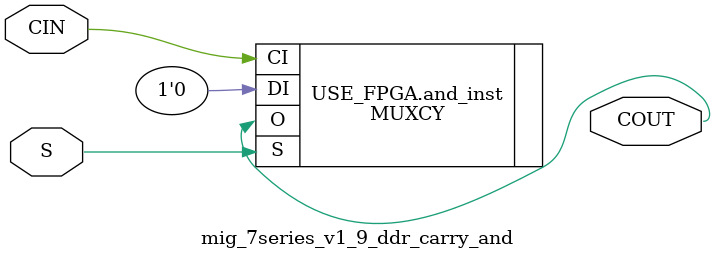
<source format=v>
`timescale 1ps/1ps


module mig_7series_v1_9_ddr_carry_and #
  (
   parameter         C_FAMILY                         = "virtex6"
                       // FPGA Family. Current version: virtex6 or spartan6.
   )
  (
   input  wire        CIN,
   input  wire        S,
   output wire        COUT
   );
  
  
  /////////////////////////////////////////////////////////////////////////////
  // Variables for generating parameter controlled instances.
  /////////////////////////////////////////////////////////////////////////////
  
  
  /////////////////////////////////////////////////////////////////////////////
  // Local params
  /////////////////////////////////////////////////////////////////////////////
  
  
  /////////////////////////////////////////////////////////////////////////////
  // Functions
  /////////////////////////////////////////////////////////////////////////////
  
  
  /////////////////////////////////////////////////////////////////////////////
  // Internal signals
  /////////////////////////////////////////////////////////////////////////////

  
  /////////////////////////////////////////////////////////////////////////////
  // Instantiate or use RTL code
  /////////////////////////////////////////////////////////////////////////////
  
  generate
    if ( C_FAMILY == "rtl" ) begin : USE_RTL
      assign COUT = CIN & S;
      
    end else begin : USE_FPGA
      MUXCY and_inst 
      (
       .O (COUT), 
       .CI (CIN), 
       .DI (1'b0), 
       .S (S)
      ); 
      
    end
  endgenerate
  
  
endmodule

</source>
